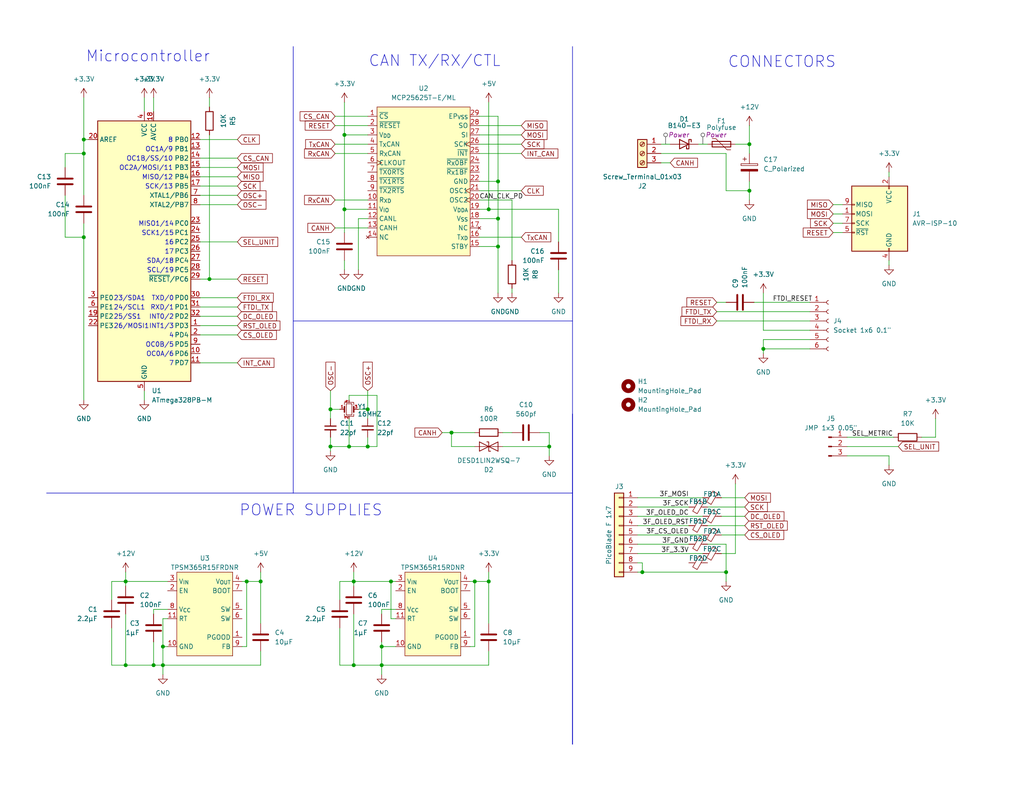
<source format=kicad_sch>
(kicad_sch (version 20231120) (generator "eeschema") (generator_version "8.0")
  (paper "USLetter")
  (title_block (title "OLED SPLICE FOR RPK5-GM4101") (date "2024-04-01") (rev "3") (company "JOHN SANDMEYER"))
  (lib_symbols
    (symbol "Connector:AVR-ISP-10" (pin_names (offset 1.016))
      (property "Reference" "J" (at -6.35 11.43 0))
      (property "Value" "AVR-ISP-10" (at 0 11.43 0))
      (symbol "AVR-ISP-10_1_1"
        (pin passive line (at 10.16 2.54 180) (length 2.54) (name "MOSI") (number "1"))
        (pin passive line (at -2.54 -10.16 90) (length 2.54) hide (name "GND") (number "10"))
        (pin passive line (at -2.54 12.7 270) (length 2.54) (name "VCC") (number "2"))
        (pin no_connect line (at 7.62 -5.08 180) (length 2.54) hide (name "NC") (number "3"))
        (pin passive line (at -2.54 -10.16 90) (length 2.54) (name "GND") (number "4"))
        (pin passive line (at 10.16 -2.54 180) (length 2.54) (name "~{RST}") (number "5"))
        (pin passive line (at -2.54 -10.16 90) (length 2.54) hide (name "GND") (number "6"))
        (pin passive line (at 10.16 0 180) (length 2.54) (name "SCK") (number "7"))
        (pin passive line (at -2.54 -10.16 90) (length 2.54) hide (name "GND") (number "8"))
        (pin passive line (at 10.16 5.08 180) (length 2.54) (name "MISO") (number "9"))
      )
    )
    (symbol "Connector:Conn_01x03_Pin" (pin_names (offset 1.016) hide)
      (property "Reference" "J" (at 0 5.08 0))
      (property "Value" "Conn_01x03_Pin" (at 0 -5.08 0))
      (symbol "Conn_01x03_Pin_1_1"
        (pin passive line (at 5.08 2.54 180) (length 3.81) (name "Pin_1") (number "1"))
        (pin passive line (at 5.08 0 180) (length 3.81) (name "Pin_2") (number "2"))
        (pin passive line (at 5.08 -2.54 180) (length 3.81) (name "Pin_3") (number "3"))
      )
    )
    (symbol "Connector:Conn_01x06_Socket" (pin_names (offset 1.016) hide)
      (property "Reference" "J" (at 0 7.62 0))
      (property "Value" "Conn_01x06_Socket" (at 0 -10.16 0))
      (symbol "Conn_01x06_Socket_1_1"
        (pin passive line (at -5.08 5.08 0) (length 3.81) (name "Pin_1") (number "1"))
        (pin passive line (at -5.08 2.54 0) (length 3.81) (name "Pin_2") (number "2"))
        (pin passive line (at -5.08 0 0) (length 3.81) (name "Pin_3") (number "3"))
        (pin passive line (at -5.08 -2.54 0) (length 3.81) (name "Pin_4") (number "4"))
        (pin passive line (at -5.08 -5.08 0) (length 3.81) (name "Pin_5") (number "5"))
        (pin passive line (at -5.08 -7.62 0) (length 3.81) (name "Pin_6") (number "6"))
      )
    )
    (symbol "Connector:Screw_Terminal_01x03" (pin_names (offset 1.016) hide)
      (property "Reference" "J" (at 0 5.08 0))
      (property "Value" "Screw_Terminal_01x03" (at 0 -5.08 0))
      (symbol "Screw_Terminal_01x03_1_1"
        (pin passive line (at -5.08 2.54 0) (length 3.81) (name "Pin_1") (number "1"))
        (pin passive line (at -5.08 0 0) (length 3.81) (name "Pin_2") (number "2"))
        (pin passive line (at -5.08 -2.54 0) (length 3.81) (name "Pin_3") (number "3"))
      )
    )
    (symbol "Connector_Generic:Conn_01x09" (pin_names (offset 1.016) hide)
      (property "Reference" "J" (at 0 12.7 0))
      (property "Value" "Conn_01x09" (at 0 -12.7 0))
      (symbol "Conn_01x09_1_1"
        (pin passive line (at -5.08 10.16 0) (length 3.81) (name "Pin_1") (number "1"))
        (pin passive line (at -5.08 7.62 0) (length 3.81) (name "Pin_2") (number "2"))
        (pin passive line (at -5.08 5.08 0) (length 3.81) (name "Pin_3") (number "3"))
        (pin passive line (at -5.08 2.54 0) (length 3.81) (name "Pin_4") (number "4"))
        (pin passive line (at -5.08 0 0) (length 3.81) (name "Pin_5") (number "5"))
        (pin passive line (at -5.08 -2.54 0) (length 3.81) (name "Pin_6") (number "6"))
        (pin passive line (at -5.08 -5.08 0) (length 3.81) (name "Pin_7") (number "7"))
        (pin passive line (at -5.08 -7.62 0) (length 3.81) (name "Pin_8") (number "8"))
        (pin passive line (at -5.08 -10.16 0) (length 3.81) (name "Pin_9") (number "9"))
      )
    )
    (symbol "Device:C" (pin_numbers hide) (pin_names (offset 0.254))
      (property "Reference" "C" (at 0.635 2.54 0))
      (property "Value" "C" (at 0.635 -2.54 0))
      (symbol "C_1_1"
        (pin passive line (at 0 3.81 270) (length 2.794) (name "~") (number "1"))
        (pin passive line (at 0 -3.81 90) (length 2.794) (name "~") (number "2"))
      )
    )
    (symbol "Device:C_Polarized" (pin_numbers hide) (pin_names (offset 0.254))
      (property "Reference" "C" (at 0.635 2.54 0))
      (property "Value" "C_Polarized" (at 0.635 -2.54 0))
      (symbol "C_Polarized_1_1"
        (pin passive line (at 0 3.81 270) (length 2.794) (name "~") (number "1"))
        (pin passive line (at 0 -3.81 90) (length 2.794) (name "~") (number "2"))
      )
    )
    (symbol "Device:C_Small" (pin_numbers hide) (pin_names (offset 0.254) hide)
      (property "Reference" "C" (at 0.254 1.778 0))
      (property "Value" "C_Small" (at 0.254 -2.032 0))
      (symbol "C_Small_1_1"
        (pin passive line (at 0 2.54 270) (length 2.032) (name "~") (number "1"))
        (pin passive line (at 0 -2.54 90) (length 2.032) (name "~") (number "2"))
      )
    )
    (symbol "Device:Crystal_GND24_Small" (pin_names (offset 1.016) hide)
      (property "Reference" "Y" (at 1.27 4.445 0))
      (property "Value" "Crystal_GND24_Small" (at 1.27 2.54 0))
      (symbol "Crystal_GND24_Small_1_1"
        (pin passive line (at -2.54 0 0) (length 1.27) (name "1") (number "1"))
        (pin passive line (at 0 -2.54 90) (length 0.635) (name "2") (number "2"))
        (pin passive line (at 2.54 0 180) (length 1.27) (name "3") (number "3"))
        (pin passive line (at 0 2.54 270) (length 0.635) (name "4") (number "4"))
      )
    )
    (symbol "Device:Polyfuse" (pin_numbers hide) (pin_names (offset 0))
      (property "Reference" "F" (at -2.54 0 90))
      (property "Value" "Polyfuse" (at 2.54 0 90))
      (symbol "Polyfuse_1_1"
        (pin passive line (at 0 3.81 270) (length 1.27) (name "~") (number "1"))
        (pin passive line (at 0 -3.81 90) (length 1.27) (name "~") (number "2"))
      )
    )
    (symbol "Device:R" (pin_numbers hide) (pin_names (offset 0))
      (property "Reference" "R" (at 2.032 0 90))
      (property "Value" "R" (at 0 0 90))
      (symbol "R_1_1"
        (pin passive line (at 0 3.81 270) (length 1.27) (name "~") (number "1"))
        (pin passive line (at 0 -3.81 90) (length 1.27) (name "~") (number "2"))
      )
    )
    (symbol "Diode:B140-E3" (pin_numbers hide) (pin_names hide)
      (property "Reference" "D" (at 0 2.54 0))
      (property "Value" "B140-E3" (at 0 -2.54 0))
      (symbol "B140-E3_1_1"
        (pin passive line (at -3.81 0 0) (length 2.54) (name "K") (number "1"))
        (pin passive line (at 3.81 0 180) (length 2.54) (name "A") (number "2"))
      )
    )
    (symbol "Diode:SD24_SOD323" (pin_numbers hide) (pin_names (offset 1.016) hide)
      (property "Reference" "D" (at 0 2.54 0))
      (property "Value" "SD24_SOD323" (at 0 -2.54 0))
      (symbol "SD24_SOD323_1_1"
        (pin passive line (at -3.81 0 0) (length 2.54) (name "A1") (number "1"))
        (pin passive line (at 3.81 0 180) (length 2.54) (name "A2") (number "2"))
      )
    )
    (symbol "MCU_Microchip_ATmega:ATmega328PB-M"
      (property "Reference" "U" (at -12.7 36.83 0))
      (property "Value" "ATmega328PB-M" (at 2.54 -36.83 0))
      (symbol "ATmega328PB-M_1_1"
        (pin bidirectional line (at 15.24 -20.32 180) (length 2.54) (name "PD3") (number "1"))
        (pin bidirectional line (at 15.24 -27.94 180) (length 2.54) (name "PD6") (number "10"))
        (pin bidirectional line (at 15.24 -30.48 180) (length 2.54) (name "PD7") (number "11"))
        (pin bidirectional line (at 15.24 30.48 180) (length 2.54) (name "PB0") (number "12"))
        (pin bidirectional line (at 15.24 27.94 180) (length 2.54) (name "PB1") (number "13"))
        (pin bidirectional line (at 15.24 25.4 180) (length 2.54) (name "PB2") (number "14"))
        (pin bidirectional line (at 15.24 22.86 180) (length 2.54) (name "PB3") (number "15"))
        (pin bidirectional line (at 15.24 20.32 180) (length 2.54) (name "PB4") (number "16"))
        (pin bidirectional line (at 15.24 17.78 180) (length 2.54) (name "PB5") (number "17"))
        (pin power_in line (at 2.54 38.1 270) (length 2.54) (name "AVCC") (number "18"))
        (pin bidirectional line (at -15.24 -17.78 0) (length 2.54) (name "PE2") (number "19"))
        (pin bidirectional line (at 15.24 -22.86 180) (length 2.54) (name "PD4") (number "2"))
        (pin passive line (at -15.24 30.48 0) (length 2.54) (name "AREF") (number "20"))
        (pin passive line (at 0 -38.1 90) (length 2.54) hide (name "GND") (number "21"))
        (pin bidirectional line (at -15.24 -20.32 0) (length 2.54) (name "PE3") (number "22"))
        (pin bidirectional line (at 15.24 7.62 180) (length 2.54) (name "PC0") (number "23"))
        (pin bidirectional line (at 15.24 5.08 180) (length 2.54) (name "PC1") (number "24"))
        (pin bidirectional line (at 15.24 2.54 180) (length 2.54) (name "PC2") (number "25"))
        (pin bidirectional line (at 15.24 0 180) (length 2.54) (name "PC3") (number "26"))
        (pin bidirectional line (at 15.24 -2.54 180) (length 2.54) (name "PC4") (number "27"))
        (pin bidirectional line (at 15.24 -5.08 180) (length 2.54) (name "PC5") (number "28"))
        (pin bidirectional line (at 15.24 -7.62 180) (length 2.54) (name "~{RESET}/PC6") (number "29"))
        (pin bidirectional line (at -15.24 -12.7 0) (length 2.54) (name "PE0") (number "3"))
        (pin bidirectional line (at 15.24 -12.7 180) (length 2.54) (name "PD0") (number "30"))
        (pin bidirectional line (at 15.24 -15.24 180) (length 2.54) (name "PD1") (number "31"))
        (pin bidirectional line (at 15.24 -17.78 180) (length 2.54) (name "PD2") (number "32"))
        (pin passive line (at 0 -38.1 90) (length 2.54) hide (name "GND") (number "33"))
        (pin power_in line (at 0 38.1 270) (length 2.54) (name "VCC") (number "4"))
        (pin power_in line (at 0 -38.1 90) (length 2.54) (name "GND") (number "5"))
        (pin bidirectional line (at -15.24 -15.24 0) (length 2.54) (name "PE1") (number "6"))
        (pin bidirectional line (at 15.24 15.24 180) (length 2.54) (name "XTAL1/PB6") (number "7"))
        (pin bidirectional line (at 15.24 12.7 180) (length 2.54) (name "XTAL2/PB7") (number "8"))
        (pin bidirectional line (at 15.24 -25.4 180) (length 2.54) (name "PD5") (number "9"))
      )
    )
    (symbol "Mechanical:MountingHole" (pin_names (offset 1.016)) (exclude_from_sim yes) (in_bom no)
      (property "Reference" "H" (at 0 5.08 0))
      (property "Value" "MountingHole" (at 0 3.175 0))
    )
    (symbol "jsdev:FerriteBead_Small_Array" (pin_numbers hide) (pin_names (offset 0))
      (property "Reference" "FB" (at 1.905 1.27 0))
      (property "Value" "FerriteBead_Small_Array" (at 1.905 -1.27 0))
      (symbol "FerriteBead_Small_Array_1_1"
        (pin passive line (at 0 2.54 270) (length 1.27) (name "~") (number "1"))
        (pin passive line (at 0 -2.54 90) (length 1.27) (name "~") (number "8"))
      )
      (symbol "FerriteBead_Small_Array_2_1"
        (pin passive line (at 0 2.54 270) (length 1.27) (name "~") (number "2"))
        (pin passive line (at 0 -2.54 90) (length 1.27) (name "~") (number "7"))
      )
      (symbol "FerriteBead_Small_Array_3_1"
        (pin passive line (at 0 2.54 270) (length 1.27) (name "~") (number "3"))
        (pin passive line (at 0 -2.54 90) (length 1.27) (name "~") (number "6"))
      )
      (symbol "FerriteBead_Small_Array_4_1"
        (pin passive line (at 0 2.54 270) (length 1.27) (name "~") (number "4"))
        (pin passive line (at 0 -2.54 90) (length 1.27) (name "~") (number "5"))
      )
    )
    (symbol "jsdev:MCP25625T-E/ML"
      (property "Reference" "U" (at 0 24.384 0))
      (property "Value" "MCP25625T-E/ML" (at -0.254 22.098 0))
      (symbol "MCP25625T-E/ML_1_1"
        (pin input line (at -15.24 17.78 0) (length 2.54) (name "~{CS}") (number "1"))
        (pin output line (at -15.24 -5.08 0) (length 2.54) (name "R_{XD}") (number "10"))
        (pin power_in line (at -15.24 -7.62 0) (length 2.54) (name "V_{IO}") (number "11"))
        (pin bidirectional line (at -15.24 -10.16 0) (length 2.54) (name "CANL") (number "12"))
        (pin bidirectional line (at -15.24 -12.7 0) (length 2.54) (name "CANH") (number "13"))
        (pin no_connect line (at -15.24 -15.24 0) (length 2.54) (name "NC") (number "14"))
        (pin input line (at 15.24 -17.78 180) (length 2.54) (name "STBY") (number "15"))
        (pin input line (at 15.24 -15.24 180) (length 2.54) (name "T_{XD}") (number "16"))
        (pin no_connect line (at 15.24 -12.7 180) (length 2.54) (name "NC") (number "17"))
        (pin power_in line (at 15.24 -10.16 180) (length 2.54) (name "V_{SS}") (number "18"))
        (pin power_in line (at 15.24 -7.62 180) (length 2.54) (name "V_{DDA}") (number "19"))
        (pin input line (at -15.24 15.24 0) (length 2.54) (name "~{RESET}") (number "2"))
        (pin input clock (at 15.24 -5.08 180) (length 2.54) (name "OSC2") (number "20"))
        (pin input clock (at 15.24 -2.54 180) (length 2.54) (name "OSC1") (number "21"))
        (pin power_in line (at 15.24 0 180) (length 2.54) (name "GND") (number "22"))
        (pin output line (at 15.24 2.54 180) (length 2.54) (name "~{R_{X}1BF}") (number "23"))
        (pin output line (at 15.24 5.08 180) (length 2.54) (name "~{R_{X}0BF}") (number "24"))
        (pin output line (at 15.24 7.62 180) (length 2.54) (name "~{INT}") (number "25"))
        (pin input clock (at 15.24 10.16 180) (length 2.54) (name "SCK") (number "26"))
        (pin input line (at 15.24 12.7 180) (length 2.54) (name "SI") (number "27"))
        (pin output line (at 15.24 15.24 180) (length 2.54) (name "SO") (number "28"))
        (pin power_in line (at 15.24 17.78 180) (length 2.54) (name "EP_{VSS}") (number "29"))
        (pin power_in line (at -15.24 12.7 0) (length 2.54) (name "V_{DD}") (number "3"))
        (pin output line (at -15.24 10.16 0) (length 2.54) (name "T_{X}CAN") (number "4"))
        (pin input line (at -15.24 7.62 0) (length 2.54) (name "R_{X}CAN") (number "5"))
        (pin output clock (at -15.24 5.08 0) (length 2.54) (name "CLKOUT") (number "6"))
        (pin input line (at -15.24 2.54 0) (length 2.54) (name "~{TX0RTS}") (number "7"))
        (pin input line (at -15.24 0 0) (length 2.54) (name "~{TX1RTS}") (number "8"))
        (pin input line (at -15.24 -2.54 0) (length 2.54) (name "~{TX2RTS}") (number "9"))
      )
    )
    (symbol "jsdev:TPSM365R1x"
      (property "Reference" "U" (at 0 13.716 0))
      (symbol "TPSM365R1x_1_1"
        (pin output line (at 10.16 -6.35 180) (length 2.54) (name "PGOOD") (number "1"))
        (pin power_in line (at -10.16 -8.89 0) (length 2.54) (name "GND") (number "10"))
        (pin passive line (at -10.16 -1.27 0) (length 2.54) (name "RT") (number "11"))
        (pin input line (at -10.16 6.35 0) (length 2.54) (name "EN") (number "2"))
        (pin power_in line (at -10.16 8.89 0) (length 2.54) (name "V_{IN}") (number "3"))
        (pin power_out line (at 10.16 8.89 180) (length 2.54) (name "V_{OUT}") (number "4"))
        (pin passive line (at 10.16 1.27 180) (length 2.54) (name "SW") (number "5"))
        (pin passive line (at 10.16 -1.27 180) (length 2.54) (name "SW") (number "6"))
        (pin passive line (at 10.16 6.35 180) (length 2.54) (name "BOOT") (number "7"))
        (pin output line (at -10.16 1.27 0) (length 2.54) (name "V_{CC}") (number "8"))
        (pin passive line (at 10.16 -8.89 180) (length 2.54) (name "FB") (number "9"))
      )
    )
    (symbol "power:+12V" (power) (pin_numbers hide) (pin_names (offset 0) hide)
      (property "Value" "+12V" (at 0 3.556 0))
      (symbol "+12V_1_1"
        (pin power_in line (at 0 0 90) (length 0) (name "~") (number "1"))
      )
    )
    (symbol "power:+3.3V" (power) (pin_names (offset 0))
      (property "Value" "+3.3V" (at 0 3.556 0))
      (symbol "+3.3V_1_1"
        (pin power_in line (at 0 0 90) (length 0) hide (name "+3.3V") (number "1"))
      )
    )
    (symbol "power:+5V" (power) (pin_numbers hide) (pin_names (offset 0) hide)
      (property "Value" "+5V" (at 0 3.556 0))
      (symbol "+5V_1_1"
        (pin power_in line (at 0 0 90) (length 0) (name "~") (number "1"))
      )
    )
    (symbol "power:GND" (power) (pin_names (offset 0))
      (property "Value" "GND" (at 0 -3.81 0))
      (symbol "GND_1_1"
        (pin power_in line (at 0 0 270) (length 0) hide (name "GND") (number "1"))
      )
    )
  )
  (junction (at 100.33 121.92))
  (junction (at 22.86 64.77))
  (junction (at 135.89 59.69))
  (junction (at 34.29 158.75))
  (junction (at 175.26 156.21))
  (junction (at 34.29 181.61))
  (junction (at 106.68 158.75))
  (junction (at 90.17 121.92))
  (junction (at 93.98 36.83))
  (junction (at 104.14 181.61))
  (junction (at 90.17 111.76))
  (junction (at 208.28 95.25))
  (junction (at 44.45 181.61))
  (junction (at 149.86 121.92))
  (junction (at 71.12 158.75))
  (junction (at 67.31 158.75))
  (junction (at 93.98 57.15))
  (junction (at 135.89 49.53))
  (junction (at 95.25 121.92))
  (junction (at 96.52 181.61))
  (junction (at 204.47 39.37))
  (junction (at 133.35 57.15))
  (junction (at 133.35 158.75))
  (junction (at 135.89 67.31))
  (junction (at 129.54 158.75))
  (junction (at 198.12 156.21))
  (junction (at 123.19 118.11))
  (junction (at 22.86 38.1))
  (junction (at 100.33 111.76))
  (junction (at 204.47 52.07))
  (junction (at 41.91 181.61))
  (junction (at 57.15 76.2))
  (junction (at 22.86 41.91))
  (junction (at 44.45 176.53))
  (junction (at 104.14 176.53))
  (junction (at 96.52 158.75))
  (wire (pts (xy 91.44 31.75) (xy 100.33 31.75)))
  (wire (pts (xy 137.16 118.11) (xy 139.7 118.11)))
  (wire (pts (xy 95.25 114.3) (xy 95.25 121.92)))
  (wire (pts (xy 93.98 57.15) (xy 93.98 36.83)))
  (wire (pts (xy 92.71 158.75) (xy 96.52 158.75)))
  (wire (pts (xy 133.35 177.8) (xy 133.35 181.61)))
  (wire (pts (xy 90.17 121.92) (xy 95.25 121.92)))
  (wire (pts (xy 97.79 59.69) (xy 97.79 73.66)))
  (wire (pts (xy 130.81 54.61) (xy 139.7 54.61)))
  (wire (pts (xy 30.48 163.83) (xy 30.48 158.75)))
  (wire (pts (xy 71.12 181.61) (xy 44.45 181.61)))
  (wire (pts (xy 54.61 45.72) (xy 64.77 45.72)))
  (wire (pts (xy 133.35 158.75) (xy 133.35 170.18)))
  (wire (pts (xy 227.33 63.5) (xy 229.87 63.5)))
  (wire (pts (xy 149.86 118.11) (xy 149.86 121.92)))
  (wire (pts (xy 196.85 146.05) (xy 203.2 146.05)))
  (wire (pts (xy 54.61 48.26) (xy 64.77 48.26)))
  (wire (pts (xy 175.26 156.21) (xy 198.12 156.21)))
  (wire (pts (xy 91.44 34.29) (xy 100.33 34.29)))
  (wire (pts (xy 93.98 57.15) (xy 100.33 57.15)))
  (wire (pts (xy 133.35 156.21) (xy 133.35 158.75)))
  (wire (pts (xy 92.71 181.61) (xy 92.71 171.45)))
  (wire (pts (xy 195.58 87.63) (xy 220.98 87.63)))
  (wire (pts (xy 208.28 92.71) (xy 208.28 95.25)))
  (wire (pts (xy 57.15 76.2) (xy 64.77 76.2)))
  (wire (pts (xy 90.17 106.68) (xy 90.17 111.76)))
  (wire (pts (xy 198.12 148.59) (xy 193.04 148.59)))
  (wire (pts (xy 135.89 59.69) (xy 135.89 67.31)))
  (wire (pts (xy 22.86 60.96) (xy 22.86 64.77)))
  (wire (pts (xy 90.17 111.76) (xy 90.17 114.3)))
  (wire (pts (xy 130.81 52.07) (xy 142.24 52.07)))
  (wire (pts (xy 41.91 166.37) (xy 41.91 167.64)))
  (wire (pts (xy 54.61 53.34) (xy 64.77 53.34)))
  (wire (pts (xy 198.12 52.07) (xy 204.47 52.07)))
  (wire (pts (xy 67.31 176.53) (xy 67.31 158.75)))
  (wire (pts (xy 227.33 55.88) (xy 229.87 55.88)))
  (wire (pts (xy 54.61 86.36) (xy 64.77 86.36)))
  (wire (pts (xy 204.47 39.37) (xy 204.47 34.29)))
  (wire (pts (xy 130.81 67.31) (xy 135.89 67.31)))
  (polyline (pts (xy 80.01 12.7) (xy 80.01 134.62)))
  (wire (pts (xy 128.27 158.75) (xy 129.54 158.75)))
  (wire (pts (xy 251.46 119.38) (xy 255.27 119.38)))
  (wire (pts (xy 208.28 90.17) (xy 220.98 90.17)))
  (wire (pts (xy 196.85 140.97) (xy 203.2 140.97)))
  (wire (pts (xy 193.04 143.51) (xy 203.2 143.51)))
  (wire (pts (xy 54.61 50.8) (xy 64.77 50.8)))
  (wire (pts (xy 196.85 135.89) (xy 203.2 135.89)))
  (wire (pts (xy 195.58 82.55) (xy 198.12 82.55)))
  (wire (pts (xy 102.87 107.95) (xy 102.87 121.92)))
  (wire (pts (xy 106.68 158.75) (xy 106.68 168.91)))
  (wire (pts (xy 204.47 39.37) (xy 204.47 41.91)))
  (wire (pts (xy 129.54 121.92) (xy 123.19 121.92)))
  (wire (pts (xy 91.44 62.23) (xy 100.33 62.23)))
  (wire (pts (xy 173.99 135.89) (xy 191.77 135.89)))
  (wire (pts (xy 22.86 38.1) (xy 22.86 41.91)))
  (wire (pts (xy 231.14 119.38) (xy 243.84 119.38)))
  (wire (pts (xy 152.4 57.15) (xy 133.35 57.15)))
  (wire (pts (xy 139.7 78.74) (xy 139.7 80.01)))
  (wire (pts (xy 54.61 88.9) (xy 64.77 88.9)))
  (wire (pts (xy 208.28 80.01) (xy 208.28 90.17)))
  (wire (pts (xy 44.45 168.91) (xy 44.45 176.53)))
  (wire (pts (xy 130.81 64.77) (xy 142.24 64.77)))
  (wire (pts (xy 220.98 92.71) (xy 208.28 92.71)))
  (wire (pts (xy 100.33 121.92) (xy 102.87 121.92)))
  (wire (pts (xy 71.12 158.75) (xy 71.12 170.18)))
  (wire (pts (xy 41.91 175.26) (xy 41.91 181.61)))
  (wire (pts (xy 129.54 118.11) (xy 123.19 118.11)))
  (polyline (pts (xy 156.21 12.7) (xy 156.21 203.2)))
  (wire (pts (xy 180.34 39.37) (xy 182.88 39.37)))
  (wire (pts (xy 135.89 31.75) (xy 135.89 49.53)))
  (wire (pts (xy 71.12 156.21) (xy 71.12 158.75)))
  (wire (pts (xy 142.24 39.37) (xy 130.81 39.37)))
  (wire (pts (xy 96.52 158.75) (xy 96.52 160.02)))
  (wire (pts (xy 173.99 143.51) (xy 187.96 143.51)))
  (wire (pts (xy 242.57 124.46) (xy 231.14 124.46)))
  (wire (pts (xy 128.27 176.53) (xy 129.54 176.53)))
  (wire (pts (xy 104.14 181.61) (xy 104.14 184.15)))
  (wire (pts (xy 67.31 158.75) (xy 71.12 158.75)))
  (wire (pts (xy 93.98 36.83) (xy 100.33 36.83)))
  (wire (pts (xy 255.27 114.3) (xy 255.27 119.38)))
  (wire (pts (xy 100.33 119.38) (xy 100.33 121.92)))
  (wire (pts (xy 205.74 82.55) (xy 220.98 82.55)))
  (wire (pts (xy 129.54 176.53) (xy 129.54 158.75)))
  (wire (pts (xy 44.45 181.61) (xy 41.91 181.61)))
  (wire (pts (xy 196.85 151.13) (xy 200.66 151.13)))
  (wire (pts (xy 204.47 49.53) (xy 204.47 52.07)))
  (wire (pts (xy 92.71 163.83) (xy 92.71 158.75)))
  (polyline (pts (xy 156.21 113.03) (xy 156.21 203.2)))
  (wire (pts (xy 139.7 54.61) (xy 139.7 71.12)))
  (wire (pts (xy 95.25 121.92) (xy 100.33 121.92)))
  (wire (pts (xy 34.29 167.64) (xy 34.29 181.61)))
  (wire (pts (xy 39.37 26.67) (xy 39.37 30.48)))
  (wire (pts (xy 200.66 132.08) (xy 200.66 151.13)))
  (wire (pts (xy 44.45 181.61) (xy 44.45 176.53)))
  (wire (pts (xy 34.29 158.75) (xy 34.29 160.02)))
  (wire (pts (xy 100.33 106.68) (xy 100.33 111.76)))
  (wire (pts (xy 54.61 81.28) (xy 64.77 81.28)))
  (wire (pts (xy 198.12 41.91) (xy 198.12 52.07)))
  (wire (pts (xy 123.19 121.92) (xy 123.19 118.11)))
  (wire (pts (xy 107.95 158.75) (xy 106.68 158.75)))
  (wire (pts (xy 173.99 138.43) (xy 187.96 138.43)))
  (wire (pts (xy 190.5 39.37) (xy 193.04 39.37)))
  (wire (pts (xy 107.95 176.53) (xy 104.14 176.53)))
  (wire (pts (xy 104.14 181.61) (xy 96.52 181.61)))
  (wire (pts (xy 57.15 36.83) (xy 57.15 76.2)))
  (polyline (pts (xy 80.01 134.62) (xy 156.21 134.62)))
  (wire (pts (xy 130.81 57.15) (xy 133.35 57.15)))
  (wire (pts (xy 135.89 67.31) (xy 135.89 80.01)))
  (wire (pts (xy 173.99 153.67) (xy 175.26 153.67)))
  (wire (pts (xy 173.99 151.13) (xy 191.77 151.13)))
  (polyline (pts (xy 12.7 134.62) (xy 80.01 134.62)))
  (wire (pts (xy 100.33 59.69) (xy 97.79 59.69)))
  (wire (pts (xy 44.45 181.61) (xy 44.45 184.15)))
  (wire (pts (xy 66.04 176.53) (xy 67.31 176.53)))
  (wire (pts (xy 245.11 121.92) (xy 231.14 121.92)))
  (wire (pts (xy 22.86 41.91) (xy 22.86 53.34)))
  (wire (pts (xy 208.28 95.25) (xy 208.28 96.52)))
  (wire (pts (xy 130.81 49.53) (xy 135.89 49.53)))
  (wire (pts (xy 54.61 55.88) (xy 64.77 55.88)))
  (wire (pts (xy 173.99 156.21) (xy 175.26 156.21)))
  (wire (pts (xy 106.68 158.75) (xy 96.52 158.75)))
  (wire (pts (xy 34.29 156.21) (xy 34.29 158.75)))
  (wire (pts (xy 104.14 166.37) (xy 104.14 167.64)))
  (wire (pts (xy 71.12 177.8) (xy 71.12 181.61)))
  (wire (pts (xy 173.99 140.97) (xy 191.77 140.97)))
  (wire (pts (xy 142.24 36.83) (xy 130.81 36.83)))
  (wire (pts (xy 96.52 156.21) (xy 96.52 158.75)))
  (wire (pts (xy 54.61 83.82) (xy 64.77 83.82)))
  (wire (pts (xy 91.44 54.61) (xy 100.33 54.61)))
  (wire (pts (xy 45.72 176.53) (xy 44.45 176.53)))
  (wire (pts (xy 30.48 158.75) (xy 34.29 158.75)))
  (wire (pts (xy 92.71 181.61) (xy 96.52 181.61)))
  (wire (pts (xy 135.89 49.53) (xy 135.89 59.69)))
  (wire (pts (xy 104.14 181.61) (xy 104.14 176.53)))
  (wire (pts (xy 17.78 45.72) (xy 17.78 41.91)))
  (wire (pts (xy 227.33 58.42) (xy 229.87 58.42)))
  (wire (pts (xy 54.61 43.18) (xy 64.77 43.18)))
  (wire (pts (xy 22.86 38.1) (xy 24.13 38.1)))
  (wire (pts (xy 30.48 181.61) (xy 34.29 181.61)))
  (wire (pts (xy 17.78 64.77) (xy 22.86 64.77)))
  (wire (pts (xy 54.61 91.44) (xy 64.77 91.44)))
  (wire (pts (xy 22.86 64.77) (xy 22.86 109.22)))
  (wire (pts (xy 242.57 127) (xy 242.57 124.46)))
  (wire (pts (xy 198.12 158.75) (xy 198.12 156.21)))
  (wire (pts (xy 41.91 26.67) (xy 41.91 30.48)))
  (wire (pts (xy 198.12 148.59) (xy 198.12 156.21)))
  (wire (pts (xy 149.86 121.92) (xy 137.16 121.92)))
  (wire (pts (xy 54.61 99.06) (xy 64.77 99.06)))
  (wire (pts (xy 45.72 166.37) (xy 41.91 166.37)))
  (wire (pts (xy 180.34 41.91) (xy 198.12 41.91)))
  (wire (pts (xy 130.81 59.69) (xy 135.89 59.69)))
  (wire (pts (xy 17.78 53.34) (xy 17.78 64.77)))
  (wire (pts (xy 142.24 34.29) (xy 130.81 34.29)))
  (wire (pts (xy 175.26 153.67) (xy 175.26 156.21)))
  (wire (pts (xy 133.35 27.94) (xy 133.35 57.15)))
  (wire (pts (xy 152.4 66.04) (xy 152.4 57.15)))
  (wire (pts (xy 45.72 168.91) (xy 44.45 168.91)))
  (wire (pts (xy 152.4 80.01) (xy 152.4 73.66)))
  (wire (pts (xy 93.98 27.94) (xy 93.98 36.83)))
  (wire (pts (xy 97.79 111.76) (xy 100.33 111.76)))
  (wire (pts (xy 195.58 85.09) (xy 220.98 85.09)))
  (wire (pts (xy 227.33 60.96) (xy 229.87 60.96)))
  (wire (pts (xy 100.33 111.76) (xy 100.33 114.3)))
  (polyline (pts (xy 80.01 87.63) (xy 156.21 87.63)))
  (wire (pts (xy 90.17 119.38) (xy 90.17 121.92)))
  (wire (pts (xy 200.66 39.37) (xy 204.47 39.37)))
  (wire (pts (xy 104.14 175.26) (xy 104.14 176.53)))
  (wire (pts (xy 41.91 181.61) (xy 34.29 181.61)))
  (wire (pts (xy 193.04 138.43) (xy 203.2 138.43)))
  (wire (pts (xy 142.24 41.91) (xy 130.81 41.91)))
  (wire (pts (xy 39.37 106.68) (xy 39.37 109.22)))
  (wire (pts (xy 91.44 41.91) (xy 100.33 41.91)))
  (wire (pts (xy 54.61 76.2) (xy 57.15 76.2)))
  (wire (pts (xy 90.17 111.76) (xy 92.71 111.76)))
  (wire (pts (xy 107.95 168.91) (xy 106.68 168.91)))
  (wire (pts (xy 93.98 63.5) (xy 93.98 57.15)))
  (wire (pts (xy 129.54 158.75) (xy 133.35 158.75)))
  (wire (pts (xy 66.04 158.75) (xy 67.31 158.75)))
  (wire (pts (xy 96.52 167.64) (xy 96.52 181.61)))
  (wire (pts (xy 95.25 109.22) (xy 95.25 107.95)))
  (wire (pts (xy 54.61 38.1) (xy 64.77 38.1)))
  (wire (pts (xy 173.99 146.05) (xy 191.77 146.05)))
  (wire (pts (xy 130.81 31.75) (xy 135.89 31.75)))
  (wire (pts (xy 90.17 121.92) (xy 90.17 123.19)))
  (wire (pts (xy 45.72 158.75) (xy 34.29 158.75)))
  (wire (pts (xy 57.15 29.21) (xy 57.15 26.67)))
  (wire (pts (xy 107.95 166.37) (xy 104.14 166.37)))
  (wire (pts (xy 17.78 41.91) (xy 22.86 41.91)))
  (wire (pts (xy 182.88 44.45) (xy 180.34 44.45)))
  (wire (pts (xy 93.98 71.12) (xy 93.98 73.66)))
  (wire (pts (xy 208.28 95.25) (xy 220.98 95.25)))
  (wire (pts (xy 123.19 118.11) (xy 120.65 118.11)))
  (wire (pts (xy 242.57 46.99) (xy 242.57 48.26)))
  (wire (pts (xy 173.99 148.59) (xy 187.96 148.59)))
  (wire (pts (xy 242.57 72.39) (xy 242.57 71.12)))
  (wire (pts (xy 149.86 121.92) (xy 149.86 124.46)))
  (wire (pts (xy 133.35 181.61) (xy 104.14 181.61)))
  (wire (pts (xy 204.47 52.07) (xy 204.47 54.61)))
  (wire (pts (xy 149.86 118.11) (xy 147.32 118.11)))
  (wire (pts (xy 22.86 26.67) (xy 22.86 38.1)))
  (wire (pts (xy 54.61 66.04) (xy 64.77 66.04)))
  (wire (pts (xy 95.25 107.95) (xy 102.87 107.95)))
  (wire (pts (xy 30.48 181.61) (xy 30.48 171.45)))
  (wire (pts (xy 91.44 39.37) (xy 100.33 39.37)))
  (text "23/SDA1" (at 30.988 81.534 0) (effects (font (size 1.27 1.27)) (justify left)))
  (text "OC0B/5" (at 47.498 94.234 0) (effects (font (size 1.27 1.27)) (justify right)))
  (text "INT1/3\n" (at 47.498 89.154 0) (effects (font (size 1.27 1.27)) (justify right)))
  (text "RXD/1" (at 47.498 84.074 0) (effects (font (size 1.27 1.27)) (justify right)))
  (text "INT0/2" (at 47.498 86.614 0) (effects (font (size 1.27 1.27)) (justify right)))
  (text "CAN TX/RX/CTL" (at 118.618 16.764 0) (effects (font (size 3 3))))
  (text "SCK1/15" (at 47.498 63.754 0) (effects (font (size 1.27 1.27)) (justify right)))
  (text "8\n" (at 47.244 38.354 0) (effects (font (size 1.27 1.27)) (justify right)))
  (text "17" (at 47.498 68.834 0) (effects (font (size 1.27 1.27)) (justify right)))
  (text "OC1B/SS/10" (at 47.244 43.434 0) (effects (font (size 1.27 1.27)) (justify right)))
  (text "OC0A/6" (at 47.498 96.774 0) (effects (font (size 1.27 1.27)) (justify right)))
  (text "POWER SUPPLIES" (at 84.836 139.446 0) (effects (font (size 3 3))))
  (text "SCL/19" (at 47.498 73.914 0) (effects (font (size 1.27 1.27)) (justify right)))
  (text "16" (at 47.498 66.294 0) (effects (font (size 1.27 1.27)) (justify right)))
  (text "24/SCL1" (at 30.988 84.074 0) (effects (font (size 1.27 1.27)) (justify left)))
  (text "SCK/13" (at 47.244 51.054 0) (effects (font (size 1.27 1.27)) (justify right)))
  (text "TXD/0" (at 47.498 81.534 0) (effects (font (size 1.27 1.27)) (justify right)))
  (text "SDA/18" (at 47.498 71.374 0) (effects (font (size 1.27 1.27)) (justify right)))
  (text "7" (at 47.498 99.314 0) (effects (font (size 1.27 1.27)) (justify right)))
  (text "26/MOSI1" (at 30.988 89.154 0) (effects (font (size 1.27 1.27)) (justify left)))
  (text "CONNECTORS" (at 213.36 17.018 0) (effects (font (size 3 3))))
  (text "MISO/12" (at 47.244 48.514 0) (effects (font (size 1.27 1.27)) (justify right)))
  (text "OC1A/9\n" (at 47.244 40.894 0) (effects (font (size 1.27 1.27)) (justify right)))
  (text "MISO1/14" (at 47.498 61.214 0) (effects (font (size 1.27 1.27)) (justify right)))
  (text "25/SS1" (at 30.988 86.614 0) (effects (font (size 1.27 1.27)) (justify left)))
  (text "4" (at 47.498 91.694 0) (effects (font (size 1.27 1.27)) (justify right)))
  (text "OC2A/MOSI/11" (at 47.244 45.974 0) (effects (font (size 1.27 1.27)) (justify right)))
  (text "Microcontroller" (at 40.386 15.494 0) (effects (font (size 3 3))))
  (label "3F_OLED_RST" (at 187.96 143.51 180))
  (label "3F_CS_OLED" (at 187.96 146.05 180))
  (label "CAN_CLK_PD" (at 130.81 54.61 0))
  (label "3F_OLED_DC" (at 187.96 140.97 180))
  (label "3F_MOSI" (at 187.96 135.89 180))
  (label "3F_GND" (at 187.96 148.59 180))
  (label "3F_SCK" (at 187.96 138.43 180))
  (label "FTDI_RESET" (at 210.82 82.55 0))
  (label "3F_3.3V" (at 187.96 151.13 180))
  (label "SEL_METRIC" (at 232.41 119.38 0))
  (global_label "DC_OLED" (shape input) (at 64.77 86.36 0) (property "Intersheetrefs" "${INTERSHEET_REFS}" (effects (hide yes))))
  (global_label "MOSI" (shape input) (at 203.2 135.89 0) (property "Intersheetrefs" "${INTERSHEET_REFS}" (effects (hide yes))))
  (global_label "CANH" (shape input) (at 120.65 118.11 180) (property "Intersheetrefs" "${INTERSHEET_REFS}" (effects (hide yes))))
  (global_label "FTDI_RX" (shape input) (at 64.77 81.28 0) (property "Intersheetrefs" "${INTERSHEET_REFS}" (effects (hide yes))))
  (global_label "RESET" (shape input) (at 64.77 76.2 0) (property "Intersheetrefs" "${INTERSHEET_REFS}" (effects (hide yes))))
  (global_label "OSC+" (shape input) (at 100.33 106.68 90) (property "Intersheetrefs" "${INTERSHEET_REFS}" (effects (hide yes))))
  (global_label "R_{X}CAN" (shape input) (at 91.44 54.61 180) (property "Intersheetrefs" "${INTERSHEET_REFS}" (effects (hide yes))))
  (global_label "MISO" (shape input) (at 142.24 34.29 0) (property "Intersheetrefs" "${INTERSHEET_REFS}" (effects (hide yes))))
  (global_label "T_{X}CAN" (shape input) (at 142.24 64.77 0) (property "Intersheetrefs" "${INTERSHEET_REFS}" (effects (hide yes))))
  (global_label "MOSI" (shape input) (at 227.33 58.42 180) (property "Intersheetrefs" "${INTERSHEET_REFS}" (effects (hide yes))))
  (global_label "CLK" (shape input) (at 142.24 52.07 0) (property "Intersheetrefs" "${INTERSHEET_REFS}" (effects (hide yes))))
  (global_label "MISO" (shape input) (at 227.33 55.88 180) (property "Intersheetrefs" "${INTERSHEET_REFS}" (effects (hide yes))))
  (global_label "OSC-" (shape input) (at 64.77 55.88 0) (property "Intersheetrefs" "${INTERSHEET_REFS}" (effects (hide yes))))
  (global_label "CS_CAN" (shape input) (at 64.77 43.18 0) (property "Intersheetrefs" "${INTERSHEET_REFS}" (effects (hide yes))))
  (global_label "SEL_UNIT" (shape input) (at 64.77 66.04 0) (property "Intersheetrefs" "${INTERSHEET_REFS}" (effects (hide yes))))
  (global_label "MOSI" (shape input) (at 142.24 36.83 0) (property "Intersheetrefs" "${INTERSHEET_REFS}" (effects (hide yes))))
  (global_label "CANH" (shape input) (at 182.88 44.45 0) (property "Intersheetrefs" "${INTERSHEET_REFS}" (effects (hide yes))))
  (global_label "INT_CAN" (shape input) (at 64.77 99.06 0) (property "Intersheetrefs" "${INTERSHEET_REFS}" (effects (hide yes))))
  (global_label "RESET" (shape input) (at 195.58 82.55 180) (property "Intersheetrefs" "${INTERSHEET_REFS}" (effects (hide yes))))
  (global_label "SCK" (shape input) (at 142.24 39.37 0) (property "Intersheetrefs" "${INTERSHEET_REFS}" (effects (hide yes))))
  (global_label "CS_OLED" (shape input) (at 203.2 146.05 0) (property "Intersheetrefs" "${INTERSHEET_REFS}" (effects (hide yes))))
  (global_label "RESET" (shape input) (at 91.44 34.29 180) (property "Intersheetrefs" "${INTERSHEET_REFS}" (effects (hide yes))))
  (global_label "INT_CAN" (shape input) (at 142.24 41.91 0) (property "Intersheetrefs" "${INTERSHEET_REFS}" (effects (hide yes))))
  (global_label "OSC+" (shape input) (at 64.77 53.34 0) (property "Intersheetrefs" "${INTERSHEET_REFS}" (effects (hide yes))))
  (global_label "R_{X}CAN" (shape input) (at 91.44 41.91 180) (property "Intersheetrefs" "${INTERSHEET_REFS}" (effects (hide yes))))
  (global_label "CANH" (shape input) (at 91.44 62.23 180) (property "Intersheetrefs" "${INTERSHEET_REFS}" (effects (hide yes))))
  (global_label "OSC-" (shape input) (at 90.17 106.68 90) (property "Intersheetrefs" "${INTERSHEET_REFS}" (effects (hide yes))))
  (global_label "RST_OLED" (shape input) (at 203.2 143.51 0) (property "Intersheetrefs" "${INTERSHEET_REFS}" (effects (hide yes))))
  (global_label "CS_CAN" (shape input) (at 91.44 31.75 180) (property "Intersheetrefs" "${INTERSHEET_REFS}" (effects (hide yes))))
  (global_label "FTDI_RX" (shape input) (at 195.58 87.63 180) (property "Intersheetrefs" "${INTERSHEET_REFS}" (effects (hide yes))))
  (global_label "SCK" (shape input) (at 227.33 60.96 180) (property "Intersheetrefs" "${INTERSHEET_REFS}" (effects (hide yes))))
  (global_label "SCK" (shape input) (at 203.2 138.43 0) (property "Intersheetrefs" "${INTERSHEET_REFS}" (effects (hide yes))))
  (global_label "MOSI" (shape input) (at 64.77 45.72 0) (property "Intersheetrefs" "${INTERSHEET_REFS}" (effects (hide yes))))
  (global_label "FTDI_TX" (shape input) (at 195.58 85.09 180) (property "Intersheetrefs" "${INTERSHEET_REFS}" (effects (hide yes))))
  (global_label "SCK" (shape input) (at 64.77 50.8 0) (property "Intersheetrefs" "${INTERSHEET_REFS}" (effects (hide yes))))
  (global_label "MISO" (shape input) (at 64.77 48.26 0) (property "Intersheetrefs" "${INTERSHEET_REFS}" (effects (hide yes))))
  (global_label "T_{X}CAN" (shape input) (at 91.44 39.37 180) (property "Intersheetrefs" "${INTERSHEET_REFS}" (effects (hide yes))))
  (global_label "SEL_UNIT" (shape input) (at 245.11 121.92 0) (property "Intersheetrefs" "${INTERSHEET_REFS}" (effects (hide yes))))
  (global_label "RST_OLED" (shape input) (at 64.77 88.9 0) (property "Intersheetrefs" "${INTERSHEET_REFS}" (effects (hide yes))))
  (global_label "FTDI_TX" (shape input) (at 64.77 83.82 0) (property "Intersheetrefs" "${INTERSHEET_REFS}" (effects (hide yes))))
  (global_label "CS_OLED" (shape input) (at 64.77 91.44 0) (property "Intersheetrefs" "${INTERSHEET_REFS}" (effects (hide yes))))
  (global_label "DC_OLED" (shape input) (at 203.2 140.97 0) (property "Intersheetrefs" "${INTERSHEET_REFS}" (effects (hide yes))))
  (global_label "CLK" (shape input) (at 64.77 38.1 0) (property "Intersheetrefs" "${INTERSHEET_REFS}" (effects (hide yes))))
  (global_label "RESET" (shape input) (at 227.33 63.5 180) (property "Intersheetrefs" "${INTERSHEET_REFS}" (effects (hide yes))))
  (netclass_flag "" (length 2.54) (shape round) (at 181.61 39.37 0) (property "Netclass" "Power" (at 182.3085 36.83 0) (effects (font (italic yes)) (justify left))))
  (netclass_flag "" (length 2.54) (shape round) (at 191.77 39.37 0) (property "Netclass" "Power" (at 192.4685 36.83 0) (effects (font (italic yes)) (justify left))))
  (symbol (lib_id "power:GND") (at 135.89 80.01 0) (unit 1)
    (property "Reference" "#PWR010" (effects (hide yes)))
    (property "Value" "GND" (at 135.89 85.09 0))
  )
  (symbol (lib_id "Device:C") (at 93.98 67.31 0) (mirror y) (unit 1)
    (property "Reference" "C15" (at 90.17 66.0399 0) (effects (justify left)))
    (property "Value" "100nF" (at 90.17 68.5799 0) (effects (justify left)))
    (property "Footprint" "Capacitor_SMD:C_0402_1005Metric" (effects (hide yes)))
  )
  (symbol (lib_id "power:+3.3V") (at 242.57 46.99 0) (unit 1)
    (property "Reference" "#PWR06" (effects (hide yes)))
    (property "Value" "+3.3V" (at 242.57 41.91 0))
  )
  (symbol (lib_id "power:GND") (at 97.79 73.66 0) (unit 1)
    (property "Reference" "#PWR04" (effects (hide yes)))
    (property "Value" "GND" (at 97.79 78.74 0))
  )
  (symbol (lib_id "Device:Polyfuse") (at 196.85 39.37 270) (mirror x) (unit 1)
    (property "Reference" "F1" (at 196.85 33.02 90))
    (property "Value" "Polyfuse" (at 196.85 34.798 90))
    (property "Footprint" "Fuse:Fuse_1206_3216Metric" (effects (hide yes)))
  )
  (symbol (lib_id "power:GND") (at 104.14 184.15 0) (unit 1)
    (property "Reference" "#PWR011" (effects (hide yes)))
    (property "Value" "GND" (at 104.14 189.23 0))
  )
  (symbol (lib_id "power:GND") (at 242.57 72.39 0) (unit 1)
    (property "Reference" "#PWR05" (effects (hide yes)))
    (property "Value" "GND" (at 242.57 77.47 0))
  )
  (symbol (lib_id "jsdev:FerriteBead_Small_Array") (at 194.31 151.13 90) (unit 3)
    (property "Reference" "FB2" (at 194.31 149.86 90))
    (property "Value" "FerriteBead_Small_Array" (effects (hide yes)))
    (property "Footprint" "jsdev:fb_array_0805" (effects (hide yes)))
    (property "Description" "Ferrite bead, small symbol" (effects (hide yes)))
  )
  (symbol (lib_id "Device:C") (at 143.51 118.11 90) (mirror x) (unit 1)
    (property "Reference" "C10" (at 143.51 110.49 90))
    (property "Value" "560pf" (at 143.51 113.03 90))
    (property "Footprint" "Capacitor_SMD:C_0603_1608Metric" (effects (hide yes)))
  )
  (symbol (lib_id "Diode:B140-E3") (at 186.69 39.37 0) (mirror y) (unit 1)
    (property "Reference" "D1" (at 186.69 32.512 0))
    (property "Value" "B140-E3" (at 186.69 34.29 0))
    (property "Footprint" "Diode_SMD:D_SMA" (effects (hide yes)))
    (property "Datasheet" "http://www.vishay.com/docs/88946/b120.pdf" (effects (hide yes)))
  )
  (symbol (lib_id "power:GND") (at 139.7 80.01 0) (unit 1)
    (property "Reference" "#PWR025" (effects (hide yes)))
    (property "Value" "GND" (at 139.7 85.09 0))
  )
  (symbol (lib_id "Device:C") (at 71.12 173.99 0) (unit 1)
    (property "Reference" "C4" (at 74.93 172.7199 0) (effects (justify left)))
    (property "Value" "10µF" (at 74.93 175.2599 0) (effects (justify left)))
    (property "Footprint" "Capacitor_SMD:C_0805_2012Metric" (effects (hide yes)))
    (property "Description" "GRM21BR61E106MA73L" (effects (hide yes)))
  )
  (symbol (lib_id "jsdev:FerriteBead_Small_Array") (at 190.5 148.59 90) (unit 2)
    (property "Reference" "FB2" (at 190.5 147.066 90))
    (property "Value" "FerriteBead_Small_Array" (effects (hide yes)))
    (property "Footprint" "jsdev:fb_array_0805" (effects (hide yes)))
    (property "Description" "Ferrite bead, small symbol" (effects (hide yes)))
  )
  (symbol (lib_id "Device:R") (at 57.15 33.02 0) (unit 1)
    (property "Reference" "R5" (at 63.5 33.02 90))
    (property "Value" "10K" (at 60.96 33.02 90))
    (property "Footprint" "Resistor_SMD:R_0402_1005Metric" (effects (hide yes)))
  )
  (symbol (lib_id "power:GND") (at 44.45 184.15 0) (unit 1)
    (property "Reference" "#PWR08" (effects (hide yes)))
    (property "Value" "GND" (at 44.45 189.23 0))
  )
  (symbol (lib_id "Device:C") (at 41.91 171.45 0) (mirror y) (unit 1)
    (property "Reference" "C3" (at 38.1 170.1799 0) (effects (justify left)))
    (property "Value" "1µF" (at 38.1 172.7199 0) (effects (justify left)))
    (property "Footprint" "Capacitor_SMD:C_0603_1608Metric" (effects (hide yes)))
    (property "Description" "CGA3E1X7R1V105K080AC" (effects (hide yes)))
  )
  (symbol (lib_id "power:GND") (at 90.17 123.19 0) (unit 1)
    (property "Reference" "#PWR028" (effects (hide yes)))
    (property "Value" "GND" (at 90.17 128.27 0))
  )
  (symbol (lib_id "Device:C") (at 104.14 171.45 0) (mirror y) (unit 1)
    (property "Reference" "C7" (at 100.33 170.1799 0) (effects (justify left)))
    (property "Value" "1µF" (at 100.33 172.7199 0) (effects (justify left)))
    (property "Footprint" "Capacitor_SMD:C_0603_1608Metric" (effects (hide yes)))
    (property "Description" "CGA3E1X7R1V105K080AC" (effects (hide yes)))
  )
  (symbol (lib_id "Device:C") (at 22.86 57.15 0) (mirror y) (unit 1)
    (property "Reference" "C14" (at 19.05 55.8799 0) (effects (justify left)))
    (property "Value" "100nF" (at 19.05 58.4199 0) (effects (justify left)))
    (property "Footprint" "Capacitor_SMD:C_0402_1005Metric" (effects (hide yes)))
  )
  (symbol (lib_id "Device:C") (at 30.48 167.64 0) (mirror y) (unit 1)
    (property "Reference" "C1" (at 26.67 166.3699 0) (effects (justify left)))
    (property "Value" "2.2µF" (at 26.67 168.9099 0) (effects (justify left)))
    (property "Footprint" "Capacitor_SMD:C_0805_2012Metric" (effects (hide yes)))
    (property "Description" "GCM31CR71H225KA55L" (effects (hide yes)))
  )
  (symbol (lib_id "power:+12V") (at 96.52 156.21 0) (unit 1)
    (property "Reference" "#PWR07" (effects (hide yes)))
    (property "Value" "+12V" (at 96.52 151.13 0))
    (property "Description" "Power symbol creates a global label with name \"+12V\"" (effects (hide yes)))
  )
  (symbol (lib_id "Device:C") (at 201.93 82.55 90) (unit 1)
    (property "Reference" "C9" (at 200.6599 78.74 0) (effects (justify left)))
    (property "Value" "100nF" (at 203.1999 78.74 0) (effects (justify left)))
    (property "Footprint" "Capacitor_SMD:C_0402_1005Metric" (effects (hide yes)))
  )
  (symbol (lib_id "power:+3.3V") (at 41.91 26.67 0) (unit 1)
    (property "Reference" "#PWR015" (effects (hide yes)))
    (property "Value" "+3.3V" (at 41.91 21.59 0))
  )
  (symbol (lib_id "Device:C") (at 133.35 173.99 0) (unit 1)
    (property "Reference" "C8" (at 137.16 172.7199 0) (effects (justify left)))
    (property "Value" "10µF" (at 137.16 175.2599 0) (effects (justify left)))
    (property "Footprint" "Capacitor_SMD:C_0805_2012Metric" (effects (hide yes)))
    (property "Description" "GRM21BR61E106MA73L" (effects (hide yes)))
  )
  (symbol (lib_id "power:+12V") (at 34.29 156.21 0) (unit 1)
    (property "Reference" "#PWR03" (effects (hide yes)))
    (property "Value" "+12V" (at 34.29 151.13 0))
    (property "Description" "Power symbol creates a global label with name \"+12V\"" (effects (hide yes)))
  )
  (symbol (lib_id "Device:C") (at 96.52 163.83 0) (unit 1)
    (property "Reference" "C6" (at 100.33 162.5599 0) (effects (justify left)))
    (property "Value" "100nF" (at 100.33 165.0999 0) (effects (justify left)))
    (property "Footprint" "Capacitor_SMD:C_0402_1005Metric" (effects (hide yes)))
    (property "Description" "GCM155R71H104KE02D" (effects (hide yes)))
  )
  (symbol (lib_id "power:GND") (at 22.86 109.22 0) (unit 1)
    (property "Reference" "#PWR021" (effects (hide yes)))
    (property "Value" "GND" (at 22.86 114.3 0))
  )
  (symbol (lib_id "Connector:Screw_Terminal_01x03") (at 175.26 41.91 0) (mirror y) (unit 1)
    (property "Reference" "J2" (at 175.26 50.8 0))
    (property "Value" "Screw_Terminal_01x03" (at 175.26 48.26 0))
    (property "Footprint" "jsdev:TerminalBlock_3P" (effects (hide yes)))
    (property "Description" "Generic screw terminal, single row, 01x03, script generated (kicad-library-utils/schlib/autogen/connector/)" (effects (hide yes)))
  )
  (symbol (lib_id "jsdev:TPSM365R1x") (at 118.11 167.64 0) (unit 1)
    (property "Reference" "U4" (at 118.11 152.4 0))
    (property "Value" "TPSM365R15RDNR" (at 118.11 154.94 0))
    (property "Footprint" "jsdev:QFN-FCMOD_TI_11B" (effects (hide yes)))
    (property "Datasheet" "https://www.ti.com/lit/ds/symlink/tpsm365r15.pdf" (effects (hide yes)))
    (property "Description" "3.3V" (effects (hide yes)))
  )
  (symbol (lib_id "power:+12V") (at 204.47 34.29 0) (unit 1)
    (property "Reference" "#PWR01" (effects (hide yes)))
    (property "Value" "+12V" (at 204.47 29.21 0))
    (property "Description" "Power symbol creates a global label with name \"+12V\"" (effects (hide yes)))
  )
  (symbol (lib_id "power:+3.3V") (at 208.28 80.01 0) (unit 1)
    (property "Reference" "#PWR027" (effects (hide yes)))
    (property "Value" "+3.3V" (at 208.28 74.93 0))
  )
  (symbol (lib_id "power:GND") (at 152.4 80.01 0) (unit 1)
    (property "Reference" "#PWR02" (effects (hide yes)))
    (property "Value" "GND" (at 152.4 85.09 0))
  )
  (symbol (lib_id "power:+5V") (at 71.12 156.21 0) (unit 1)
    (property "Reference" "#PWR017" (effects (hide yes)))
    (property "Value" "+5V" (at 71.12 151.13 0))
    (property "Description" "Power symbol creates a global label with name \"+5V\"" (effects (hide yes)))
  )
  (symbol (lib_id "power:+3.3V") (at 57.15 26.67 0) (unit 1)
    (property "Reference" "#PWR014" (effects (hide yes)))
    (property "Value" "+3.3V" (at 57.15 21.59 0))
  )
  (symbol (lib_id "power:GND") (at 242.57 127 0) (unit 1)
    (property "Reference" "#PWR019" (effects (hide yes)))
    (property "Value" "GND" (at 242.57 132.08 0))
  )
  (symbol (lib_id "Device:R") (at 139.7 74.93 0) (unit 1)
    (property "Reference" "R8" (at 146.05 74.93 90))
    (property "Value" "10K" (at 143.51 74.93 90))
    (property "Footprint" "Resistor_SMD:R_0402_1005Metric" (effects (hide yes)))
  )
  (symbol (lib_id "power:+3.3V") (at 93.98 27.94 0) (unit 1)
    (property "Reference" "#PWR09" (effects (hide yes)))
    (property "Value" "+3.3V" (at 93.98 22.86 0))
  )
  (symbol (lib_id "Device:R") (at 133.35 118.11 270) (unit 1)
    (property "Reference" "R6" (at 133.35 111.76 90))
    (property "Value" "100R" (at 133.35 114.3 90))
    (property "Footprint" "Resistor_SMD:R_0603_1608Metric" (effects (hide yes)))
  )
  (symbol (lib_id "jsdev:FerriteBead_Small_Array") (at 194.31 135.89 90) (unit 1)
    (property "Reference" "FB1" (at 194.31 134.874 90))
    (property "Value" "FerriteBead_Small_Array" (effects (hide yes)))
    (property "Footprint" "jsdev:fb_array_0805" (effects (hide yes)))
    (property "Description" "Ferrite bead, small symbol" (effects (hide yes)))
  )
  (symbol (lib_id "power:+3.3V") (at 200.66 132.08 0) (unit 1)
    (property "Reference" "#PWR0128" (effects (hide yes)))
    (property "Value" "+3.3V" (at 200.66 127 0))
  )
  (symbol (lib_id "Device:C_Small") (at 90.17 116.84 0) (unit 1)
    (property "Reference" "C11" (at 92.71 115.5762 0) (effects (justify left)))
    (property "Value" "22pf" (at 92.71 118.1162 0) (effects (justify left)))
    (property "Footprint" "Capacitor_SMD:C_0402_1005Metric" (effects (hide yes)))
    (property "Description" "Unpolarized capacitor, small symbol" (effects (hide yes)))
  )
  (symbol (lib_id "power:+3.3V") (at 255.27 114.3 0) (unit 1)
    (property "Reference" "#PWR013" (effects (hide yes)))
    (property "Value" "+3.3V" (at 255.27 109.22 0))
  )
  (symbol (lib_id "Diode:SD24_SOD323") (at 133.35 121.92 0) (mirror y) (unit 1)
    (property "Reference" "D2" (at 133.35 128.27 0))
    (property "Value" "DESD1LIN2WSQ-7" (at 133.35 125.73 0))
    (property "Footprint" "Diode_SMD:D_SOD-323" (effects (hide yes)))
    (property "Datasheet" "https://www.littelfuse.com/~/media/electronics/datasheets/tvs_diode_arrays/littelfuse_tvs_diode_array_sd_c_datasheet.pdf.pdf" (effects (hide yes)))
  )
  (symbol (lib_id "jsdev:FerriteBead_Small_Array") (at 194.31 140.97 90) (unit 3)
    (property "Reference" "FB1" (at 194.31 139.7 90))
    (property "Value" "FerriteBead_Small_Array" (effects (hide yes)))
    (property "Footprint" "jsdev:fb_array_0805" (effects (hide yes)))
    (property "Description" "Ferrite bead, small symbol" (effects (hide yes)))
  )
  (symbol (lib_id "Device:C") (at 34.29 163.83 0) (unit 1)
    (property "Reference" "C2" (at 38.1 162.5599 0) (effects (justify left)))
    (property "Value" "100nF" (at 38.1 165.0999 0) (effects (justify left)))
    (property "Footprint" "Capacitor_SMD:C_0402_1005Metric" (effects (hide yes)))
    (property "Description" "GCM155R71H104KE02D" (effects (hide yes)))
  )
  (symbol (lib_id "power:+3.3V") (at 22.86 26.67 0) (unit 1)
    (property "Reference" "#PWR022" (effects (hide yes)))
    (property "Value" "+3.3V" (at 22.86 21.59 0))
  )
  (symbol (lib_id "power:GND") (at 208.28 96.52 0) (unit 1)
    (property "Reference" "#PWR012" (effects (hide yes)))
    (property "Value" "GND" (at 208.28 101.6 0))
  )
  (symbol (lib_id "power:+3.3V") (at 39.37 26.67 0) (unit 1)
    (property "Reference" "#PWR020" (effects (hide yes)))
    (property "Value" "+3.3V" (at 39.37 21.59 0))
  )
  (symbol (lib_id "Mechanical:MountingHole") (at 171.45 110.49 0) (unit 1) (exclude_from_sim yes) (in_bom no)
    (property "Reference" "H2" (at 173.99 109.2199 0) (effects (justify left)))
    (property "Value" "MountingHole_Pad" (at 173.99 111.7599 0) (effects (justify left)))
    (property "Footprint" "MountingHole:MountingHole_2.2mm_M2_DIN965" (effects (hide yes)))
    (property "Description" "Mounting Hole without connection" (effects (hide yes)))
  )
  (symbol (lib_id "Mechanical:MountingHole") (at 171.45 105.41 0) (unit 1) (exclude_from_sim yes) (in_bom no)
    (property "Reference" "H1" (at 173.99 104.1399 0) (effects (justify left)))
    (property "Value" "MountingHole_Pad" (at 173.99 106.6799 0) (effects (justify left)))
    (property "Footprint" "MountingHole:MountingHole_2.2mm_M2_DIN965" (effects (hide yes)))
    (property "Description" "Mounting Hole without connection" (effects (hide yes)))
  )
  (symbol (lib_id "jsdev:FerriteBead_Small_Array") (at 190.5 138.43 90) (unit 2)
    (property "Reference" "FB1" (at 190.5 136.906 90))
    (property "Value" "FerriteBead_Small_Array" (effects (hide yes)))
    (property "Footprint" "jsdev:fb_array_0805" (effects (hide yes)))
    (property "Description" "Ferrite bead, small symbol" (effects (hide yes)))
  )
  (symbol (lib_id "power:+5V") (at 133.35 27.94 0) (unit 1)
    (property "Reference" "#PWR018" (effects (hide yes)))
    (property "Value" "+5V" (at 133.35 22.86 0))
    (property "Description" "Power symbol creates a global label with name \"+5V\"" (effects (hide yes)))
  )
  (symbol (lib_id "Connector:Conn_01x03_Pin") (at 226.06 121.92 0) (unit 1)
    (property "Reference" "J5" (at 226.695 114.3 0))
    (property "Value" "JMP 1x3 0.05\"" (at 226.695 116.84 0))
    (property "Footprint" "jsdev:PinHeader_1x03_P1.27mm_Vertical_mod" (effects (hide yes)))
    (property "Description" "Generic connector, single row, 01x03, script generated" (effects (hide yes)))
  )
  (symbol (lib_id "Connector:Conn_01x06_Socket") (at 226.06 87.63 0) (unit 1)
    (property "Reference" "J4" (at 227.33 87.6299 0) (effects (justify left)))
    (property "Value" "Socket 1x6 0.1\"" (at 227.33 90.1699 0) (effects (justify left)))
    (property "Footprint" "jsdev:PinSocket_1x06_P2.54mm_Vertical_Box" (effects (hide yes)))
    (property "Description" "DEV-15096" (effects (hide yes)))
  )
  (symbol (lib_id "Device:R") (at 247.65 119.38 270) (unit 1)
    (property "Reference" "R7" (at 247.65 113.03 90))
    (property "Value" "10K" (at 247.65 115.57 90))
    (property "Footprint" "Resistor_SMD:R_0402_1005Metric" (effects (hide yes)))
  )
  (symbol (lib_id "Device:C_Polarized") (at 204.47 45.72 0) (unit 1)
    (property "Reference" "C17" (at 208.28 43.5609 0) (effects (justify left)))
    (property "Value" "C_Polarized" (at 208.28 46.1009 0) (effects (justify left)))
    (property "Footprint" "Capacitor_SMD:CP_Elec_6.3x7.7" (effects (hide yes)))
    (property "Description" "UWT1V101MCL1GS" (effects (hide yes)))
  )
  (symbol (lib_id "MCU_Microchip_ATmega:ATmega328PB-M") (at 39.37 68.58 0) (unit 1)
    (property "Reference" "U1" (at 41.3894 106.68 0) (effects (justify left)))
    (property "Value" "ATmega328PB-M" (at 41.3894 109.22 0) (effects (justify left)))
    (property "Footprint" "Package_DFN_QFN:QFN-32-1EP_5x5mm_P0.5mm_EP3.1x3.1mm" (effects (hide yes)))
    (property "Datasheet" "http://ww1.microchip.com/downloads/en/DeviceDoc/40001906C.pdf" (effects (hide yes)))
  )
  (symbol (lib_id "jsdev:TPSM365R1x") (at 55.88 167.64 0) (unit 1)
    (property "Reference" "U3" (at 55.88 152.4 0))
    (property "Value" "TPSM365R15FRDNR" (at 55.88 154.94 0))
    (property "Footprint" "jsdev:QFN-FCMOD_TI_11B" (effects (hide yes)))
    (property "Datasheet" "https://www.ti.com/lit/ds/symlink/tpsm365r15.pdf" (effects (hide yes)))
    (property "Description" "5V" (effects (hide yes)))
  )
  (symbol (lib_id "power:+3.3V") (at 133.35 156.21 0) (unit 1)
    (property "Reference" "#PWR016" (effects (hide yes)))
    (property "Value" "+3.3V" (at 133.35 151.13 0))
  )
  (symbol (lib_id "Device:C") (at 152.4 69.85 0) (mirror y) (unit 1)
    (property "Reference" "C16" (at 148.59 68.5799 0) (effects (justify left)))
    (property "Value" "100nF" (at 148.59 71.1199 0) (effects (justify left)))
    (property "Footprint" "Capacitor_SMD:C_0402_1005Metric" (effects (hide yes)))
  )
  (symbol (lib_id "jsdev:MCP25625T-E/ML") (at 115.57 49.53 0) (unit 1)
    (property "Reference" "U2" (at 115.57 24.13 0))
    (property "Value" "MCP25625T-E/ML" (at 115.57 26.67 0))
    (property "Footprint" "jsdev:QFN-28-1EP_6x6mm_P0.65mm_EP4.25x4.25mm_mod1" (effects (hide yes)))
    (property "Datasheet" "https://ww1.microchip.com/downloads/en/DeviceDoc/MCP25625-CAN-Controller-Data-Sheet-20005282C.pdf" (effects (hide yes)))
    (property "Description" "CAN Controller with Integrated Transceiver" (effects (hide yes)))
  )
  (symbol (lib_id "jsdev:FerriteBead_Small_Array") (at 194.31 146.05 90) (unit 1)
    (property "Reference" "FB2" (at 194.31 145.034 90))
    (property "Value" "FerriteBead_Small_Array" (effects (hide yes)))
    (property "Footprint" "jsdev:fb_array_0805" (effects (hide yes)))
    (property "Description" "Ferrite bead, small symbol" (effects (hide yes)))
  )
  (symbol (lib_id "Device:C") (at 17.78 49.53 0) (mirror y) (unit 1)
    (property "Reference" "C13" (at 13.97 48.2599 0) (effects (justify left)))
    (property "Value" "100nF" (at 13.97 50.7999 0) (effects (justify left)))
    (property "Footprint" "Capacitor_SMD:C_0402_1005Metric" (effects (hide yes)))
  )
  (symbol (lib_id "Device:Crystal_GND24_Small") (at 95.25 111.76 0) (unit 1)
    (property "Reference" "Y1" (at 98.806 110.998 0))
    (property "Value" "16MHZ" (at 100.838 113.03 0))
    (property "Footprint" "Crystal:Crystal_SMD_3225-4Pin_3.2x2.5mm" (effects (hide yes)))
    (property "Datasheet" "https://ecsxtal.com/store/pdf/ecx-32.pdf" (effects (hide yes)))
    (property "Description" "ECS-160-12-33-AGN-TR3" (effects (hide yes)))
  )
  (symbol (lib_id "power:GND") (at 39.37 109.22 0) (unit 1)
    (property "Reference" "#PWR0106" (effects (hide yes)))
    (property "Value" "GND" (at 39.37 114.3 0))
  )
  (symbol (lib_id "Connector:AVR-ISP-10") (at 240.03 60.96 0) (mirror y) (unit 1)
    (property "Reference" "J1" (at 248.92 58.4199 0) (effects (justify right)))
    (property "Value" "AVR-ISP-10" (at 248.92 60.9599 0) (effects (justify right)))
    (property "Footprint" "jsdev:PinHeader_ISP10_POGO" (effects (hide yes)))
    (property "Datasheet" " ~" (effects (hide yes)))
    (property "Description" "Atmel 10-pin ISP connector" (effects (hide yes)))
  )
  (symbol (lib_id "jsdev:FerriteBead_Small_Array") (at 190.5 153.67 90) (unit 4)
    (property "Reference" "FB2" (at 190.5 152.4 90))
    (property "Value" "FerriteBead_Small_Array" (effects (hide yes)))
    (property "Footprint" "jsdev:fb_array_0805" (effects (hide yes)))
    (property "Description" "Ferrite bead, small symbol" (effects (hide yes)))
  )
  (symbol (lib_id "power:GND") (at 93.98 73.66 0) (unit 1)
    (property "Reference" "#PWR026" (effects (hide yes)))
    (property "Value" "GND" (at 93.98 78.74 0))
  )
  (symbol (lib_id "power:GND") (at 204.47 54.61 0) (mirror y) (unit 1)
    (property "Reference" "#PWR023" (effects (hide yes)))
    (property "Value" "GND" (at 204.47 59.69 0))
  )
  (symbol (lib_id "power:GND") (at 198.12 158.75 0) (unit 1)
    (property "Reference" "#PWR030" (effects (hide yes)))
    (property "Value" "GND" (at 198.12 163.83 0))
  )
  (symbol (lib_id "jsdev:FerriteBead_Small_Array") (at 190.5 143.51 90) (unit 4)
    (property "Reference" "FB1" (at 190.5 142.24 90))
    (property "Value" "FerriteBead_Small_Array" (effects (hide yes)))
    (property "Footprint" "jsdev:fb_array_0805" (effects (hide yes)))
    (property "Description" "Ferrite bead, small symbol" (effects (hide yes)))
  )
  (symbol (lib_id "Device:C_Small") (at 100.33 116.84 0) (unit 1)
    (property "Reference" "C12" (at 102.87 115.5762 0) (effects (justify left)))
    (property "Value" "22pf" (at 102.87 118.1162 0) (effects (justify left)))
    (property "Footprint" "Capacitor_SMD:C_0402_1005Metric" (effects (hide yes)))
    (property "Description" "Unpolarized capacitor, small symbol" (effects (hide yes)))
  )
  (symbol (lib_id "Connector_Generic:Conn_01x09") (at 168.91 146.05 0) (mirror y) (unit 1)
    (property "Reference" "J3" (at 170.18 132.842 0) (effects (justify left)))
    (property "Value" "PicoBlade F 1x7" (at 166.116 154.178 90) (effects (justify left)))
    (property "Footprint" "jsdev:CON_532610771_MOD" (effects (hide yes)))
    (property "Description" "Generic connector, single row, 01x09, script generated (kicad-library-utils/schlib/autogen/connector/)" (effects (hide yes)))
  )
  (symbol (lib_id "Device:C") (at 92.71 167.64 0) (mirror y) (unit 1)
    (property "Reference" "C5" (at 88.9 166.3699 0) (effects (justify left)))
    (property "Value" "2.2µF" (at 88.9 168.9099 0) (effects (justify left)))
    (property "Footprint" "Capacitor_SMD:C_0805_2012Metric" (effects (hide yes)))
    (property "Description" "GCM31CR71H225KA55L" (effects (hide yes)))
  )
  (symbol (lib_id "power:GND") (at 149.86 124.46 0) (mirror y) (unit 1)
    (property "Reference" "#PWR024" (effects (hide yes)))
    (property "Value" "GND" (at 149.86 129.54 0))
  )
)
</source>
